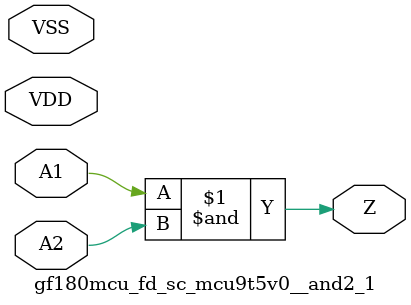
<source format=v>

module gf180mcu_fd_sc_mcu9t5v0__and2_1( A1, A2, Z, VDD, VSS );
input A1, A2;
inout VDD, VSS;
output Z;

	and MGM_BG_0( Z, A1, A2 );

endmodule

</source>
